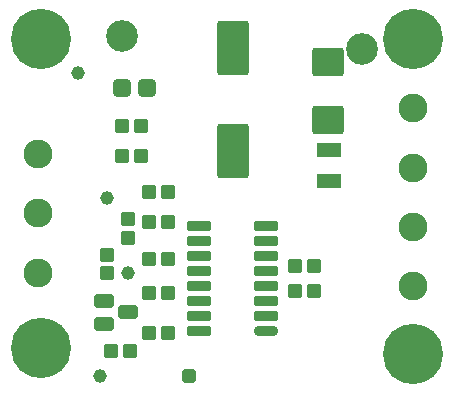
<source format=gts>
G04*
G04 #@! TF.GenerationSoftware,Altium Limited,Altium Designer,20.1.11 (218)*
G04*
G04 Layer_Color=8388736*
%FSAX25Y25*%
%MOIN*%
G70*
G04*
G04 #@! TF.SameCoordinates,AF1D1C57-4470-4538-B61E-DA1F935373CC*
G04*
G04*
G04 #@! TF.FilePolarity,Negative*
G04*
G01*
G75*
G04:AMPARAMS|DCode=16|XSize=96.46mil|YSize=104.33mil|CornerRadius=9.74mil|HoleSize=0mil|Usage=FLASHONLY|Rotation=90.000|XOffset=0mil|YOffset=0mil|HoleType=Round|Shape=RoundedRectangle|*
%AMROUNDEDRECTD16*
21,1,0.09646,0.08484,0,0,90.0*
21,1,0.07697,0.10433,0,0,90.0*
1,1,0.01949,0.04242,0.03848*
1,1,0.01949,0.04242,-0.03848*
1,1,0.01949,-0.04242,-0.03848*
1,1,0.01949,-0.04242,0.03848*
%
%ADD16ROUNDEDRECTD16*%
G04:AMPARAMS|DCode=17|XSize=49.21mil|YSize=45.28mil|CornerRadius=6.89mil|HoleSize=0mil|Usage=FLASHONLY|Rotation=270.000|XOffset=0mil|YOffset=0mil|HoleType=Round|Shape=RoundedRectangle|*
%AMROUNDEDRECTD17*
21,1,0.04921,0.03150,0,0,270.0*
21,1,0.03543,0.04528,0,0,270.0*
1,1,0.01378,-0.01575,-0.01772*
1,1,0.01378,-0.01575,0.01772*
1,1,0.01378,0.01575,0.01772*
1,1,0.01378,0.01575,-0.01772*
%
%ADD17ROUNDEDRECTD17*%
G04:AMPARAMS|DCode=18|XSize=49.21mil|YSize=45.28mil|CornerRadius=5.91mil|HoleSize=0mil|Usage=FLASHONLY|Rotation=270.000|XOffset=0mil|YOffset=0mil|HoleType=Round|Shape=RoundedRectangle|*
%AMROUNDEDRECTD18*
21,1,0.04921,0.03347,0,0,270.0*
21,1,0.03740,0.04528,0,0,270.0*
1,1,0.01181,-0.01673,-0.01870*
1,1,0.01181,-0.01673,0.01870*
1,1,0.01181,0.01673,0.01870*
1,1,0.01181,0.01673,-0.01870*
%
%ADD18ROUNDEDRECTD18*%
G04:AMPARAMS|DCode=19|XSize=45.28mil|YSize=64.96mil|CornerRadius=6.89mil|HoleSize=0mil|Usage=FLASHONLY|Rotation=270.000|XOffset=0mil|YOffset=0mil|HoleType=Round|Shape=RoundedRectangle|*
%AMROUNDEDRECTD19*
21,1,0.04528,0.05118,0,0,270.0*
21,1,0.03150,0.06496,0,0,270.0*
1,1,0.01378,-0.02559,-0.01575*
1,1,0.01378,-0.02559,0.01575*
1,1,0.01378,0.02559,0.01575*
1,1,0.01378,0.02559,-0.01575*
%
%ADD19ROUNDEDRECTD19*%
%ADD20C,0.04528*%
%ADD21R,0.08200X0.04700*%
G04:AMPARAMS|DCode=22|XSize=49.21mil|YSize=45.28mil|CornerRadius=5.91mil|HoleSize=0mil|Usage=FLASHONLY|Rotation=180.000|XOffset=0mil|YOffset=0mil|HoleType=Round|Shape=RoundedRectangle|*
%AMROUNDEDRECTD22*
21,1,0.04921,0.03347,0,0,180.0*
21,1,0.03740,0.04528,0,0,180.0*
1,1,0.01181,-0.01870,0.01673*
1,1,0.01181,0.01870,0.01673*
1,1,0.01181,0.01870,-0.01673*
1,1,0.01181,-0.01870,-0.01673*
%
%ADD22ROUNDEDRECTD22*%
G04:AMPARAMS|DCode=23|XSize=104.33mil|YSize=183.07mil|CornerRadius=10.34mil|HoleSize=0mil|Usage=FLASHONLY|Rotation=0.000|XOffset=0mil|YOffset=0mil|HoleType=Round|Shape=RoundedRectangle|*
%AMROUNDEDRECTD23*
21,1,0.10433,0.16240,0,0,0.0*
21,1,0.08366,0.18307,0,0,0.0*
1,1,0.02067,0.04183,-0.08120*
1,1,0.02067,-0.04183,-0.08120*
1,1,0.02067,-0.04183,0.08120*
1,1,0.02067,0.04183,0.08120*
%
%ADD23ROUNDEDRECTD23*%
G04:AMPARAMS|DCode=24|XSize=57.09mil|YSize=57.09mil|CornerRadius=8.07mil|HoleSize=0mil|Usage=FLASHONLY|Rotation=0.000|XOffset=0mil|YOffset=0mil|HoleType=Round|Shape=RoundedRectangle|*
%AMROUNDEDRECTD24*
21,1,0.05709,0.04095,0,0,0.0*
21,1,0.04095,0.05709,0,0,0.0*
1,1,0.01614,0.02047,-0.02047*
1,1,0.01614,-0.02047,-0.02047*
1,1,0.01614,-0.02047,0.02047*
1,1,0.01614,0.02047,0.02047*
%
%ADD24ROUNDEDRECTD24*%
G04:AMPARAMS|DCode=25|XSize=45.28mil|YSize=45.28mil|CornerRadius=6.89mil|HoleSize=0mil|Usage=FLASHONLY|Rotation=0.000|XOffset=0mil|YOffset=0mil|HoleType=Round|Shape=RoundedRectangle|*
%AMROUNDEDRECTD25*
21,1,0.04528,0.03150,0,0,0.0*
21,1,0.03150,0.04528,0,0,0.0*
1,1,0.01378,0.01575,-0.01575*
1,1,0.01378,-0.01575,-0.01575*
1,1,0.01378,-0.01575,0.01575*
1,1,0.01378,0.01575,0.01575*
%
%ADD25ROUNDEDRECTD25*%
%ADD26O,0.08071X0.03543*%
G04:AMPARAMS|DCode=27|XSize=35.43mil|YSize=80.71mil|CornerRadius=5.17mil|HoleSize=0mil|Usage=FLASHONLY|Rotation=270.000|XOffset=0mil|YOffset=0mil|HoleType=Round|Shape=RoundedRectangle|*
%AMROUNDEDRECTD27*
21,1,0.03543,0.07037,0,0,270.0*
21,1,0.02510,0.08071,0,0,270.0*
1,1,0.01034,-0.03519,-0.01255*
1,1,0.01034,-0.03519,0.01255*
1,1,0.01034,0.03519,0.01255*
1,1,0.01034,0.03519,-0.01255*
%
%ADD27ROUNDEDRECTD27*%
%ADD28C,0.09646*%
%ADD29C,0.10591*%
%ADD30C,0.20079*%
D16*
X0095750Y0095342D02*
D03*
Y0076051D02*
D03*
D17*
X0084701Y0019000D02*
D03*
X0091000D02*
D03*
X0084701Y0027658D02*
D03*
X0091000D02*
D03*
X0042299Y0029963D02*
D03*
X0036000D02*
D03*
D18*
X0033484Y0074120D02*
D03*
X0027185D02*
D03*
Y0064250D02*
D03*
X0033484D02*
D03*
X0036000Y0005000D02*
D03*
X0042299D02*
D03*
X0036000Y0018342D02*
D03*
X0042299D02*
D03*
X0036000Y0042000D02*
D03*
X0042299D02*
D03*
X0036000Y0052000D02*
D03*
X0042299D02*
D03*
X0023325Y-0000963D02*
D03*
X0029625D02*
D03*
D19*
X0029000Y0012000D02*
D03*
X0021126Y0008260D02*
D03*
Y0015740D02*
D03*
D20*
X0012300Y0091700D02*
D03*
X0022000Y0050000D02*
D03*
X0029000Y0025000D02*
D03*
X0019800Y-0009200D02*
D03*
D21*
X0096000Y0066250D02*
D03*
Y0055750D02*
D03*
D22*
X0029000Y0043000D02*
D03*
Y0036701D02*
D03*
X0022000Y0031299D02*
D03*
Y0025000D02*
D03*
D23*
X0064000Y0100126D02*
D03*
Y0065874D02*
D03*
D24*
X0027106Y0086894D02*
D03*
X0035374D02*
D03*
D25*
X0049336Y-0009200D02*
D03*
D26*
X0074921Y0005842D02*
D03*
D27*
Y0010842D02*
D03*
Y0015842D02*
D03*
Y0020842D02*
D03*
Y0025842D02*
D03*
Y0030842D02*
D03*
Y0035842D02*
D03*
Y0040842D02*
D03*
X0052677Y0005842D02*
D03*
Y0010842D02*
D03*
Y0015842D02*
D03*
Y0020842D02*
D03*
Y0025842D02*
D03*
Y0030842D02*
D03*
Y0035842D02*
D03*
Y0040842D02*
D03*
D28*
X-0001000Y0025315D02*
D03*
Y0045000D02*
D03*
Y0064685D02*
D03*
X0124000Y0060315D02*
D03*
Y0040630D02*
D03*
Y0080000D02*
D03*
Y0020945D02*
D03*
D29*
X0107000Y0099900D02*
D03*
X0027000Y0104000D02*
D03*
D30*
X0000000Y0103000D02*
D03*
X0124000D02*
D03*
Y-0002000D02*
D03*
X0000000Y0000000D02*
D03*
M02*

</source>
